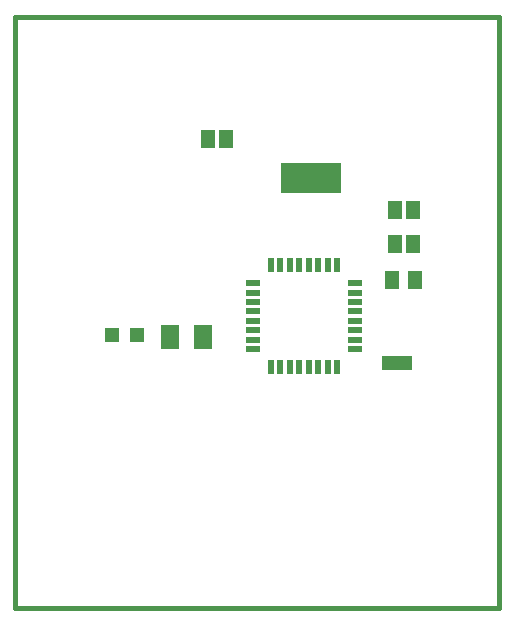
<source format=gtp>
G75*
%MOIN*%
%OFA0B0*%
%FSLAX24Y24*%
%IPPOS*%
%LPD*%
%AMOC8*
5,1,8,0,0,1.08239X$1,22.5*
%
%ADD10C,0.0160*%
%ADD11R,0.0500X0.0220*%
%ADD12R,0.0220X0.0500*%
%ADD13R,0.0472X0.0472*%
%ADD14R,0.0630X0.0787*%
%ADD15R,0.0512X0.0591*%
%ADD16R,0.0460X0.0630*%
%ADD17R,0.2000X0.1000*%
%ADD18R,0.1000X0.0500*%
D10*
X001046Y000180D02*
X017188Y000180D01*
X017188Y019865D01*
X001046Y019865D01*
X001046Y000180D01*
D11*
X009005Y008794D03*
X009005Y009109D03*
X009005Y009424D03*
X009005Y009739D03*
X009005Y010054D03*
X009005Y010369D03*
X009005Y010684D03*
X009005Y010999D03*
X012385Y010999D03*
X012385Y010684D03*
X012385Y010369D03*
X012385Y010054D03*
X012385Y009739D03*
X012385Y009424D03*
X012385Y009109D03*
X012385Y008794D03*
D12*
X011798Y008207D03*
X011483Y008207D03*
X011168Y008207D03*
X010853Y008207D03*
X010538Y008207D03*
X010223Y008207D03*
X009908Y008207D03*
X009593Y008207D03*
X009593Y011587D03*
X009908Y011587D03*
X010223Y011587D03*
X010538Y011587D03*
X010853Y011587D03*
X011168Y011587D03*
X011483Y011587D03*
X011798Y011587D03*
D13*
X005109Y009278D03*
X004282Y009278D03*
D14*
X006227Y009215D03*
X007329Y009215D03*
D15*
X013628Y011093D03*
X014377Y011093D03*
D16*
X014330Y012302D03*
X013730Y012302D03*
X013734Y013428D03*
X014334Y013428D03*
X008094Y015814D03*
X007494Y015814D03*
D17*
X010912Y014491D03*
D18*
X013798Y008345D03*
M02*

</source>
